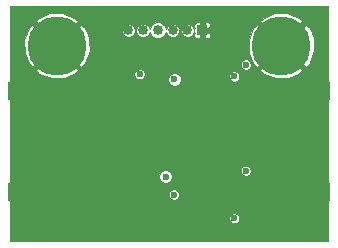
<source format=gbl>
G04 #@! TF.FileFunction,Copper,L4,Bot,Signal*
%FSLAX46Y46*%
G04 Gerber Fmt 4.6, Leading zero omitted, Abs format (unit mm)*
G04 Created by KiCad (PCBNEW 4.0.7-e2-6376~58~ubuntu16.04.1) date Wed May  9 12:33:34 2018*
%MOMM*%
%LPD*%
G01*
G04 APERTURE LIST*
%ADD10C,0.100000*%
%ADD11C,0.500000*%
%ADD12C,0.300000*%
%ADD13C,5.000000*%
%ADD14R,5.080000X1.500000*%
%ADD15R,0.850000X0.850000*%
%ADD16C,0.850000*%
%ADD17C,0.600000*%
G04 APERTURE END LIST*
D10*
D11*
X178550000Y-86900000D03*
X178550000Y-88900000D03*
X168300000Y-76900000D03*
X179300000Y-94900000D03*
X179300000Y-93900000D03*
X179300000Y-92900000D03*
X179300000Y-91900000D03*
X179300000Y-90900000D03*
X179300000Y-89900000D03*
X168300000Y-94900000D03*
X168300000Y-93900000D03*
X168300000Y-92900000D03*
X168300000Y-91900000D03*
X168300000Y-90900000D03*
X168300000Y-89900000D03*
X172900000Y-93100000D03*
X174250000Y-93100000D03*
X173600000Y-93750000D03*
X181850000Y-89200000D03*
X181850000Y-89550000D03*
X181400000Y-89200000D03*
X180300000Y-88900000D03*
X168300000Y-86900000D03*
X167300000Y-86900000D03*
X181400000Y-89550000D03*
X181300000Y-86900000D03*
X180300000Y-86900000D03*
X187300000Y-81900000D03*
X187300000Y-80900000D03*
X187300000Y-79900000D03*
X187300000Y-78900000D03*
X187300000Y-77900000D03*
X180300000Y-85900000D03*
X180300000Y-84900000D03*
X180300000Y-83900000D03*
X180300000Y-82900000D03*
X180300000Y-81900000D03*
X180300000Y-80900000D03*
X180300000Y-79900000D03*
X180300000Y-78900000D03*
X180300000Y-77900000D03*
X168300000Y-85900000D03*
X168300000Y-84900000D03*
X168300000Y-83900000D03*
X168300000Y-82900000D03*
X168300000Y-81900000D03*
X168300000Y-80900000D03*
X168300000Y-79900000D03*
X168300000Y-78900000D03*
X168300000Y-77900000D03*
X171800000Y-89400000D03*
X171800000Y-89900000D03*
X171400000Y-89600000D03*
D12*
X172300000Y-86900000D03*
X174300000Y-88900000D03*
X173800000Y-88900000D03*
X173300000Y-88900000D03*
X172800000Y-88900000D03*
X172300000Y-88900000D03*
X174300000Y-88400000D03*
X173800000Y-88400000D03*
X173300000Y-88400000D03*
X172800000Y-88400000D03*
X172300000Y-88400000D03*
X174300000Y-87900000D03*
X173800000Y-87900000D03*
X173300000Y-87900000D03*
X172800000Y-87900000D03*
X172300000Y-87900000D03*
X174300000Y-87400000D03*
X173800000Y-87400000D03*
X173300000Y-87400000D03*
X172800000Y-87400000D03*
X172300000Y-87400000D03*
X174300000Y-86900000D03*
X173800000Y-86900000D03*
X173300000Y-86900000D03*
X172800000Y-86900000D03*
D11*
X187300000Y-76900000D03*
X186300000Y-76900000D03*
X185300000Y-76900000D03*
X184300000Y-76900000D03*
X183300000Y-76900000D03*
X182300000Y-76900000D03*
X181300000Y-76900000D03*
X180300000Y-76900000D03*
X179300000Y-76900000D03*
X178300000Y-76900000D03*
X177300000Y-76900000D03*
X176300000Y-76900000D03*
X175300000Y-76900000D03*
X174300000Y-76900000D03*
X173300000Y-76900000D03*
X172300000Y-76900000D03*
X171300000Y-76900000D03*
X170300000Y-76900000D03*
X169300000Y-76900000D03*
X167300000Y-76900000D03*
X166300000Y-76900000D03*
X165300000Y-76900000D03*
X164300000Y-76900000D03*
X163300000Y-76900000D03*
X162300000Y-76900000D03*
X161300000Y-76900000D03*
X161300000Y-77900000D03*
X161300000Y-78900000D03*
X161300000Y-79900000D03*
X161300000Y-80900000D03*
X161300000Y-81900000D03*
X182300000Y-86900000D03*
X183300000Y-86900000D03*
X184300000Y-86900000D03*
X185300000Y-86900000D03*
X186300000Y-86900000D03*
X187300000Y-86900000D03*
X182300000Y-85900000D03*
X183300000Y-85900000D03*
X184300000Y-85900000D03*
X185300000Y-85900000D03*
X186300000Y-85900000D03*
X187300000Y-85900000D03*
X182300000Y-84900000D03*
X183300000Y-84900000D03*
X184300000Y-84900000D03*
X185300000Y-84900000D03*
X186300000Y-84900000D03*
X187300000Y-84900000D03*
X182300000Y-83900000D03*
X183300000Y-83900000D03*
X184300000Y-83900000D03*
X185300000Y-83900000D03*
X186300000Y-83900000D03*
X187300000Y-83900000D03*
X182300000Y-82900000D03*
X183300000Y-82900000D03*
X184300000Y-82900000D03*
X185300000Y-82900000D03*
X186300000Y-82900000D03*
X161300000Y-82900000D03*
X169300000Y-88900000D03*
X166300000Y-86900000D03*
X165300000Y-86900000D03*
X164300000Y-86900000D03*
X163300000Y-86900000D03*
X162300000Y-86900000D03*
X161300000Y-86900000D03*
X166300000Y-85900000D03*
X165300000Y-85900000D03*
X164300000Y-85900000D03*
X163300000Y-85900000D03*
X162300000Y-85900000D03*
X161300000Y-85900000D03*
X166300000Y-84900000D03*
X165300000Y-84900000D03*
X164300000Y-84900000D03*
X163300000Y-84900000D03*
X162300000Y-84900000D03*
X161300000Y-84900000D03*
X166300000Y-83900000D03*
X165300000Y-83900000D03*
X164300000Y-83900000D03*
X163300000Y-83900000D03*
X162300000Y-83900000D03*
X161300000Y-83900000D03*
X166300000Y-82900000D03*
X165300000Y-82900000D03*
X164300000Y-82900000D03*
X163300000Y-82900000D03*
X162300000Y-82900000D03*
X182300000Y-88900000D03*
X183300000Y-88900000D03*
X184300000Y-88900000D03*
X185300000Y-88900000D03*
X186300000Y-88900000D03*
X187300000Y-88900000D03*
X182300000Y-89900000D03*
X183300000Y-89900000D03*
X184300000Y-89900000D03*
X185300000Y-89900000D03*
X186300000Y-89900000D03*
X187300000Y-89900000D03*
X182300000Y-90900000D03*
X183300000Y-90900000D03*
X184300000Y-90900000D03*
X185300000Y-90900000D03*
X186300000Y-90900000D03*
X187300000Y-90900000D03*
X182300000Y-91900000D03*
X183300000Y-91900000D03*
X184300000Y-91900000D03*
X185300000Y-91900000D03*
X186300000Y-91900000D03*
X187300000Y-91900000D03*
X182300000Y-92900000D03*
X183300000Y-92900000D03*
X184300000Y-92900000D03*
X185300000Y-92900000D03*
X186300000Y-92900000D03*
X187300000Y-92900000D03*
X182300000Y-93900000D03*
X183300000Y-93900000D03*
X184300000Y-93900000D03*
X185300000Y-93900000D03*
X186300000Y-93900000D03*
X187300000Y-93900000D03*
X182300000Y-94900000D03*
X183300000Y-94900000D03*
X184300000Y-94900000D03*
X185300000Y-94900000D03*
X186300000Y-94900000D03*
X187300000Y-94900000D03*
X166300000Y-88900000D03*
X165300000Y-88900000D03*
X164300000Y-88900000D03*
X163300000Y-88900000D03*
X162300000Y-88900000D03*
X161300000Y-88900000D03*
X166300000Y-89900000D03*
X165300000Y-89900000D03*
X164300000Y-89900000D03*
X163300000Y-89900000D03*
X162300000Y-89900000D03*
X161300000Y-89900000D03*
X166300000Y-90900000D03*
X165300000Y-90900000D03*
X164300000Y-90900000D03*
X163300000Y-90900000D03*
X162300000Y-90900000D03*
X161300000Y-90900000D03*
X166300000Y-91900000D03*
X165300000Y-91900000D03*
X164300000Y-91900000D03*
X163300000Y-91900000D03*
X162300000Y-91900000D03*
X161300000Y-91900000D03*
X166300000Y-92900000D03*
X165300000Y-92900000D03*
X164300000Y-92900000D03*
X163300000Y-92900000D03*
X162300000Y-92900000D03*
X161300000Y-92900000D03*
X166300000Y-93900000D03*
X165300000Y-93900000D03*
X164300000Y-93900000D03*
X163300000Y-93900000D03*
X162300000Y-93900000D03*
X161300000Y-93900000D03*
X166300000Y-94900000D03*
X165300000Y-94900000D03*
X164300000Y-94900000D03*
X163300000Y-94900000D03*
X162300000Y-94900000D03*
X161300000Y-94900000D03*
X161300000Y-95900000D03*
X162300000Y-95900000D03*
X163300000Y-95900000D03*
X164300000Y-95900000D03*
X165300000Y-95900000D03*
X166300000Y-95900000D03*
X167300000Y-95900000D03*
X168300000Y-95900000D03*
X169300000Y-95900000D03*
X170300000Y-95900000D03*
X171300000Y-95900000D03*
X172300000Y-95900000D03*
X173300000Y-95900000D03*
X174300000Y-95900000D03*
X175300000Y-95900000D03*
X176300000Y-95900000D03*
X177300000Y-95900000D03*
X178300000Y-95900000D03*
X179300000Y-95900000D03*
X180300000Y-95900000D03*
X181300000Y-95900000D03*
X182300000Y-95900000D03*
X183300000Y-95900000D03*
X184300000Y-95900000D03*
X185300000Y-95900000D03*
X186300000Y-95900000D03*
X175600000Y-84450000D03*
X177500000Y-92400000D03*
X176000000Y-92400000D03*
X176800000Y-92900000D03*
X171200000Y-91500000D03*
X177800000Y-78400000D03*
X177300000Y-77700000D03*
X177300000Y-79300000D03*
X171300000Y-79900000D03*
X173000000Y-80150000D03*
X172400000Y-79900000D03*
X175500000Y-80300000D03*
X175650000Y-81800000D03*
X173400000Y-81900000D03*
X173400000Y-82900000D03*
X175600000Y-82900000D03*
X171800000Y-82900000D03*
X174000000Y-85700000D03*
X170800000Y-86900000D03*
X175700000Y-88900000D03*
X175650000Y-87000000D03*
X175200000Y-86600000D03*
X174650000Y-86000000D03*
X174800000Y-86500000D03*
X175000000Y-89900000D03*
X175200000Y-89500000D03*
X174800000Y-89500000D03*
X171400000Y-85800000D03*
X171100000Y-86300000D03*
X171700000Y-86300000D03*
X177600000Y-84900000D03*
X177600000Y-83900000D03*
X177300000Y-82900000D03*
X177550000Y-85900000D03*
X176300000Y-92900000D03*
X177300000Y-92900000D03*
X178300000Y-77900000D03*
X178300000Y-78900000D03*
X178300000Y-79900000D03*
X170300000Y-83900000D03*
X170300000Y-84900000D03*
X170300000Y-85900000D03*
X179300000Y-86900000D03*
X179300000Y-88900000D03*
X176150000Y-88700000D03*
X177900000Y-88900000D03*
X176150000Y-87050000D03*
X177900000Y-86900000D03*
X170100000Y-88900000D03*
X168300000Y-88900000D03*
X167300000Y-88900000D03*
X170300000Y-86900000D03*
X169300000Y-86900000D03*
D13*
X183800000Y-79800000D03*
D11*
X187300000Y-95900000D03*
X187300000Y-82900000D03*
D14*
X185400000Y-92150000D03*
X185400000Y-83650000D03*
X163200000Y-83650000D03*
X163200000Y-92150000D03*
D13*
X164800000Y-79800000D03*
D15*
X177100000Y-78500000D03*
D16*
X175850000Y-78500000D03*
X174600000Y-78500000D03*
X173350000Y-78500000D03*
X172100000Y-78500000D03*
X170850000Y-78500000D03*
D17*
X179800000Y-94400000D03*
X179800000Y-82400000D03*
X174700000Y-92400000D03*
X171800000Y-82200000D03*
X174749999Y-82650001D03*
X174000000Y-90900000D03*
X180800000Y-81400000D03*
X180800000Y-90400000D03*
D10*
G36*
X187775000Y-96375000D02*
X160825000Y-96375000D01*
X160825000Y-94489118D01*
X179349922Y-94489118D01*
X179418286Y-94654572D01*
X179544763Y-94781269D01*
X179710097Y-94849922D01*
X179889118Y-94850078D01*
X180054572Y-94781714D01*
X180181269Y-94655237D01*
X180249922Y-94489903D01*
X180250078Y-94310882D01*
X180181714Y-94145428D01*
X180055237Y-94018731D01*
X179889903Y-93950078D01*
X179710882Y-93949922D01*
X179545428Y-94018286D01*
X179418731Y-94144763D01*
X179350078Y-94310097D01*
X179349922Y-94489118D01*
X160825000Y-94489118D01*
X160825000Y-92489118D01*
X174249922Y-92489118D01*
X174318286Y-92654572D01*
X174444763Y-92781269D01*
X174610097Y-92849922D01*
X174789118Y-92850078D01*
X174954572Y-92781714D01*
X175081269Y-92655237D01*
X175149922Y-92489903D01*
X175150078Y-92310882D01*
X175081714Y-92145428D01*
X174955237Y-92018731D01*
X174789903Y-91950078D01*
X174610882Y-91949922D01*
X174445428Y-92018286D01*
X174318731Y-92144763D01*
X174250078Y-92310097D01*
X174249922Y-92489118D01*
X160825000Y-92489118D01*
X160825000Y-91008922D01*
X173449905Y-91008922D01*
X173533461Y-91211143D01*
X173688043Y-91365995D01*
X173890118Y-91449904D01*
X174108922Y-91450095D01*
X174311143Y-91366539D01*
X174465995Y-91211957D01*
X174549904Y-91009882D01*
X174550095Y-90791078D01*
X174466539Y-90588857D01*
X174366974Y-90489118D01*
X180349922Y-90489118D01*
X180418286Y-90654572D01*
X180544763Y-90781269D01*
X180710097Y-90849922D01*
X180889118Y-90850078D01*
X181054572Y-90781714D01*
X181181269Y-90655237D01*
X181249922Y-90489903D01*
X181250078Y-90310882D01*
X181181714Y-90145428D01*
X181055237Y-90018731D01*
X180889903Y-89950078D01*
X180710882Y-89949922D01*
X180545428Y-90018286D01*
X180418731Y-90144763D01*
X180350078Y-90310097D01*
X180349922Y-90489118D01*
X174366974Y-90489118D01*
X174311957Y-90434005D01*
X174109882Y-90350096D01*
X173891078Y-90349905D01*
X173688857Y-90433461D01*
X173534005Y-90588043D01*
X173450096Y-90790118D01*
X173449905Y-91008922D01*
X160825000Y-91008922D01*
X160825000Y-82758923D01*
X174199904Y-82758923D01*
X174283460Y-82961144D01*
X174438042Y-83115996D01*
X174640117Y-83199905D01*
X174858921Y-83200096D01*
X175061142Y-83116540D01*
X175215994Y-82961958D01*
X175299903Y-82759883D01*
X175300094Y-82541079D01*
X175278625Y-82489118D01*
X179349922Y-82489118D01*
X179418286Y-82654572D01*
X179544763Y-82781269D01*
X179710097Y-82849922D01*
X179889118Y-82850078D01*
X180054572Y-82781714D01*
X180181269Y-82655237D01*
X180249922Y-82489903D01*
X180250078Y-82310882D01*
X180181714Y-82145428D01*
X180055237Y-82018731D01*
X179889903Y-81950078D01*
X179710882Y-81949922D01*
X179545428Y-82018286D01*
X179418731Y-82144763D01*
X179350078Y-82310097D01*
X179349922Y-82489118D01*
X175278625Y-82489118D01*
X175216538Y-82338858D01*
X175061956Y-82184006D01*
X174859881Y-82100097D01*
X174641077Y-82099906D01*
X174438856Y-82183462D01*
X174284004Y-82338044D01*
X174200095Y-82540119D01*
X174199904Y-82758923D01*
X160825000Y-82758923D01*
X160825000Y-81877321D01*
X163011179Y-81877321D01*
X163321331Y-82182280D01*
X164345547Y-82566801D01*
X165438949Y-82530103D01*
X166020738Y-82289118D01*
X171349922Y-82289118D01*
X171418286Y-82454572D01*
X171544763Y-82581269D01*
X171710097Y-82649922D01*
X171889118Y-82650078D01*
X172054572Y-82581714D01*
X172181269Y-82455237D01*
X172249922Y-82289903D01*
X172250078Y-82110882D01*
X172181714Y-81945428D01*
X172113726Y-81877321D01*
X182011179Y-81877321D01*
X182321331Y-82182280D01*
X183345547Y-82566801D01*
X184438949Y-82530103D01*
X185278669Y-82182280D01*
X185588821Y-81877321D01*
X183800000Y-80088500D01*
X182011179Y-81877321D01*
X172113726Y-81877321D01*
X172055237Y-81818731D01*
X171889903Y-81750078D01*
X171710882Y-81749922D01*
X171545428Y-81818286D01*
X171418731Y-81944763D01*
X171350078Y-82110097D01*
X171349922Y-82289118D01*
X166020738Y-82289118D01*
X166278669Y-82182280D01*
X166588821Y-81877321D01*
X164800000Y-80088500D01*
X163011179Y-81877321D01*
X160825000Y-81877321D01*
X160825000Y-79345547D01*
X162033199Y-79345547D01*
X162069897Y-80438949D01*
X162417720Y-81278669D01*
X162722679Y-81588821D01*
X164511500Y-79800000D01*
X165088500Y-79800000D01*
X166877321Y-81588821D01*
X166975354Y-81489118D01*
X180349922Y-81489118D01*
X180418286Y-81654572D01*
X180544763Y-81781269D01*
X180710097Y-81849922D01*
X180889118Y-81850078D01*
X181054572Y-81781714D01*
X181181269Y-81655237D01*
X181249922Y-81489903D01*
X181250078Y-81310882D01*
X181181714Y-81145428D01*
X181055237Y-81018731D01*
X180889903Y-80950078D01*
X180710882Y-80949922D01*
X180545428Y-81018286D01*
X180418731Y-81144763D01*
X180350078Y-81310097D01*
X180349922Y-81489118D01*
X166975354Y-81489118D01*
X167182280Y-81278669D01*
X167566801Y-80254453D01*
X167536296Y-79345547D01*
X181033199Y-79345547D01*
X181069897Y-80438949D01*
X181417720Y-81278669D01*
X181722679Y-81588821D01*
X183511500Y-79800000D01*
X184088500Y-79800000D01*
X185877321Y-81588821D01*
X186182280Y-81278669D01*
X186566801Y-80254453D01*
X186530103Y-79161051D01*
X186182280Y-78321331D01*
X185877321Y-78011179D01*
X184088500Y-79800000D01*
X183511500Y-79800000D01*
X181722679Y-78011179D01*
X181417720Y-78321331D01*
X181033199Y-79345547D01*
X167536296Y-79345547D01*
X167530103Y-79161051D01*
X167303455Y-78613873D01*
X170274900Y-78613873D01*
X170362254Y-78825286D01*
X170523863Y-78987177D01*
X170735124Y-79074900D01*
X170963873Y-79075100D01*
X171175286Y-78987746D01*
X171337177Y-78826137D01*
X171424900Y-78614876D01*
X171424900Y-78613873D01*
X171524900Y-78613873D01*
X171612254Y-78825286D01*
X171773863Y-78987177D01*
X171985124Y-79074900D01*
X172213873Y-79075100D01*
X172425286Y-78987746D01*
X172587177Y-78826137D01*
X172674899Y-78614877D01*
X172674883Y-78633677D01*
X172777429Y-78881857D01*
X172967144Y-79071903D01*
X173215145Y-79174883D01*
X173483677Y-79175117D01*
X173731857Y-79072571D01*
X173921903Y-78882856D01*
X174024883Y-78634855D01*
X174024901Y-78613876D01*
X174112254Y-78825286D01*
X174273863Y-78987177D01*
X174485124Y-79074900D01*
X174713873Y-79075100D01*
X174925286Y-78987746D01*
X175087177Y-78826137D01*
X175174900Y-78614876D01*
X175174900Y-78613873D01*
X175274900Y-78613873D01*
X175362254Y-78825286D01*
X175523863Y-78987177D01*
X175735124Y-79074900D01*
X175963873Y-79075100D01*
X176175286Y-78987746D01*
X176337177Y-78826137D01*
X176424900Y-78614876D01*
X176425000Y-78500502D01*
X176425000Y-78704002D01*
X176487498Y-78704002D01*
X176425000Y-78766500D01*
X176425000Y-78974728D01*
X176463060Y-79066614D01*
X176533386Y-79136940D01*
X176625272Y-79175000D01*
X176833500Y-79175000D01*
X176896000Y-79112500D01*
X176896000Y-78704000D01*
X177304000Y-78704000D01*
X177304000Y-79112500D01*
X177366500Y-79175000D01*
X177574728Y-79175000D01*
X177666614Y-79136940D01*
X177736940Y-79066614D01*
X177775000Y-78974728D01*
X177775000Y-78766500D01*
X177712500Y-78704000D01*
X177304000Y-78704000D01*
X176896000Y-78704000D01*
X176876000Y-78704000D01*
X176876000Y-78296000D01*
X176896000Y-78296000D01*
X176896000Y-77887500D01*
X177304000Y-77887500D01*
X177304000Y-78296000D01*
X177712500Y-78296000D01*
X177775000Y-78233500D01*
X177775000Y-78025272D01*
X177736940Y-77933386D01*
X177666614Y-77863060D01*
X177574728Y-77825000D01*
X177366500Y-77825000D01*
X177304000Y-77887500D01*
X176896000Y-77887500D01*
X176833500Y-77825000D01*
X176625272Y-77825000D01*
X176533386Y-77863060D01*
X176463060Y-77933386D01*
X176425000Y-78025272D01*
X176425000Y-78233500D01*
X176487498Y-78295998D01*
X176425000Y-78295998D01*
X176425000Y-78385885D01*
X176337746Y-78174714D01*
X176176137Y-78012823D01*
X175964876Y-77925100D01*
X175736127Y-77924900D01*
X175524714Y-78012254D01*
X175362823Y-78173863D01*
X175275100Y-78385124D01*
X175274900Y-78613873D01*
X175174900Y-78613873D01*
X175175100Y-78386127D01*
X175087746Y-78174714D01*
X174926137Y-78012823D01*
X174714876Y-77925100D01*
X174486127Y-77924900D01*
X174274714Y-78012254D01*
X174112823Y-78173863D01*
X174025101Y-78385123D01*
X174025117Y-78366323D01*
X173922571Y-78118143D01*
X173732856Y-77928097D01*
X173484855Y-77825117D01*
X173216323Y-77824883D01*
X172968143Y-77927429D01*
X172778097Y-78117144D01*
X172675117Y-78365145D01*
X172675099Y-78386124D01*
X172587746Y-78174714D01*
X172426137Y-78012823D01*
X172214876Y-77925100D01*
X171986127Y-77924900D01*
X171774714Y-78012254D01*
X171612823Y-78173863D01*
X171525100Y-78385124D01*
X171524900Y-78613873D01*
X171424900Y-78613873D01*
X171425100Y-78386127D01*
X171337746Y-78174714D01*
X171176137Y-78012823D01*
X170964876Y-77925100D01*
X170736127Y-77924900D01*
X170524714Y-78012254D01*
X170362823Y-78173863D01*
X170275100Y-78385124D01*
X170274900Y-78613873D01*
X167303455Y-78613873D01*
X167182280Y-78321331D01*
X166877321Y-78011179D01*
X165088500Y-79800000D01*
X164511500Y-79800000D01*
X162722679Y-78011179D01*
X162417720Y-78321331D01*
X162033199Y-79345547D01*
X160825000Y-79345547D01*
X160825000Y-77722679D01*
X163011179Y-77722679D01*
X164800000Y-79511500D01*
X166588821Y-77722679D01*
X182011179Y-77722679D01*
X183800000Y-79511500D01*
X185588821Y-77722679D01*
X185278669Y-77417720D01*
X184254453Y-77033199D01*
X183161051Y-77069897D01*
X182321331Y-77417720D01*
X182011179Y-77722679D01*
X166588821Y-77722679D01*
X166278669Y-77417720D01*
X165254453Y-77033199D01*
X164161051Y-77069897D01*
X163321331Y-77417720D01*
X163011179Y-77722679D01*
X160825000Y-77722679D01*
X160825000Y-76425000D01*
X187775000Y-76425000D01*
X187775000Y-96375000D01*
X187775000Y-96375000D01*
G37*
X187775000Y-96375000D02*
X160825000Y-96375000D01*
X160825000Y-94489118D01*
X179349922Y-94489118D01*
X179418286Y-94654572D01*
X179544763Y-94781269D01*
X179710097Y-94849922D01*
X179889118Y-94850078D01*
X180054572Y-94781714D01*
X180181269Y-94655237D01*
X180249922Y-94489903D01*
X180250078Y-94310882D01*
X180181714Y-94145428D01*
X180055237Y-94018731D01*
X179889903Y-93950078D01*
X179710882Y-93949922D01*
X179545428Y-94018286D01*
X179418731Y-94144763D01*
X179350078Y-94310097D01*
X179349922Y-94489118D01*
X160825000Y-94489118D01*
X160825000Y-92489118D01*
X174249922Y-92489118D01*
X174318286Y-92654572D01*
X174444763Y-92781269D01*
X174610097Y-92849922D01*
X174789118Y-92850078D01*
X174954572Y-92781714D01*
X175081269Y-92655237D01*
X175149922Y-92489903D01*
X175150078Y-92310882D01*
X175081714Y-92145428D01*
X174955237Y-92018731D01*
X174789903Y-91950078D01*
X174610882Y-91949922D01*
X174445428Y-92018286D01*
X174318731Y-92144763D01*
X174250078Y-92310097D01*
X174249922Y-92489118D01*
X160825000Y-92489118D01*
X160825000Y-91008922D01*
X173449905Y-91008922D01*
X173533461Y-91211143D01*
X173688043Y-91365995D01*
X173890118Y-91449904D01*
X174108922Y-91450095D01*
X174311143Y-91366539D01*
X174465995Y-91211957D01*
X174549904Y-91009882D01*
X174550095Y-90791078D01*
X174466539Y-90588857D01*
X174366974Y-90489118D01*
X180349922Y-90489118D01*
X180418286Y-90654572D01*
X180544763Y-90781269D01*
X180710097Y-90849922D01*
X180889118Y-90850078D01*
X181054572Y-90781714D01*
X181181269Y-90655237D01*
X181249922Y-90489903D01*
X181250078Y-90310882D01*
X181181714Y-90145428D01*
X181055237Y-90018731D01*
X180889903Y-89950078D01*
X180710882Y-89949922D01*
X180545428Y-90018286D01*
X180418731Y-90144763D01*
X180350078Y-90310097D01*
X180349922Y-90489118D01*
X174366974Y-90489118D01*
X174311957Y-90434005D01*
X174109882Y-90350096D01*
X173891078Y-90349905D01*
X173688857Y-90433461D01*
X173534005Y-90588043D01*
X173450096Y-90790118D01*
X173449905Y-91008922D01*
X160825000Y-91008922D01*
X160825000Y-82758923D01*
X174199904Y-82758923D01*
X174283460Y-82961144D01*
X174438042Y-83115996D01*
X174640117Y-83199905D01*
X174858921Y-83200096D01*
X175061142Y-83116540D01*
X175215994Y-82961958D01*
X175299903Y-82759883D01*
X175300094Y-82541079D01*
X175278625Y-82489118D01*
X179349922Y-82489118D01*
X179418286Y-82654572D01*
X179544763Y-82781269D01*
X179710097Y-82849922D01*
X179889118Y-82850078D01*
X180054572Y-82781714D01*
X180181269Y-82655237D01*
X180249922Y-82489903D01*
X180250078Y-82310882D01*
X180181714Y-82145428D01*
X180055237Y-82018731D01*
X179889903Y-81950078D01*
X179710882Y-81949922D01*
X179545428Y-82018286D01*
X179418731Y-82144763D01*
X179350078Y-82310097D01*
X179349922Y-82489118D01*
X175278625Y-82489118D01*
X175216538Y-82338858D01*
X175061956Y-82184006D01*
X174859881Y-82100097D01*
X174641077Y-82099906D01*
X174438856Y-82183462D01*
X174284004Y-82338044D01*
X174200095Y-82540119D01*
X174199904Y-82758923D01*
X160825000Y-82758923D01*
X160825000Y-81877321D01*
X163011179Y-81877321D01*
X163321331Y-82182280D01*
X164345547Y-82566801D01*
X165438949Y-82530103D01*
X166020738Y-82289118D01*
X171349922Y-82289118D01*
X171418286Y-82454572D01*
X171544763Y-82581269D01*
X171710097Y-82649922D01*
X171889118Y-82650078D01*
X172054572Y-82581714D01*
X172181269Y-82455237D01*
X172249922Y-82289903D01*
X172250078Y-82110882D01*
X172181714Y-81945428D01*
X172113726Y-81877321D01*
X182011179Y-81877321D01*
X182321331Y-82182280D01*
X183345547Y-82566801D01*
X184438949Y-82530103D01*
X185278669Y-82182280D01*
X185588821Y-81877321D01*
X183800000Y-80088500D01*
X182011179Y-81877321D01*
X172113726Y-81877321D01*
X172055237Y-81818731D01*
X171889903Y-81750078D01*
X171710882Y-81749922D01*
X171545428Y-81818286D01*
X171418731Y-81944763D01*
X171350078Y-82110097D01*
X171349922Y-82289118D01*
X166020738Y-82289118D01*
X166278669Y-82182280D01*
X166588821Y-81877321D01*
X164800000Y-80088500D01*
X163011179Y-81877321D01*
X160825000Y-81877321D01*
X160825000Y-79345547D01*
X162033199Y-79345547D01*
X162069897Y-80438949D01*
X162417720Y-81278669D01*
X162722679Y-81588821D01*
X164511500Y-79800000D01*
X165088500Y-79800000D01*
X166877321Y-81588821D01*
X166975354Y-81489118D01*
X180349922Y-81489118D01*
X180418286Y-81654572D01*
X180544763Y-81781269D01*
X180710097Y-81849922D01*
X180889118Y-81850078D01*
X181054572Y-81781714D01*
X181181269Y-81655237D01*
X181249922Y-81489903D01*
X181250078Y-81310882D01*
X181181714Y-81145428D01*
X181055237Y-81018731D01*
X180889903Y-80950078D01*
X180710882Y-80949922D01*
X180545428Y-81018286D01*
X180418731Y-81144763D01*
X180350078Y-81310097D01*
X180349922Y-81489118D01*
X166975354Y-81489118D01*
X167182280Y-81278669D01*
X167566801Y-80254453D01*
X167536296Y-79345547D01*
X181033199Y-79345547D01*
X181069897Y-80438949D01*
X181417720Y-81278669D01*
X181722679Y-81588821D01*
X183511500Y-79800000D01*
X184088500Y-79800000D01*
X185877321Y-81588821D01*
X186182280Y-81278669D01*
X186566801Y-80254453D01*
X186530103Y-79161051D01*
X186182280Y-78321331D01*
X185877321Y-78011179D01*
X184088500Y-79800000D01*
X183511500Y-79800000D01*
X181722679Y-78011179D01*
X181417720Y-78321331D01*
X181033199Y-79345547D01*
X167536296Y-79345547D01*
X167530103Y-79161051D01*
X167303455Y-78613873D01*
X170274900Y-78613873D01*
X170362254Y-78825286D01*
X170523863Y-78987177D01*
X170735124Y-79074900D01*
X170963873Y-79075100D01*
X171175286Y-78987746D01*
X171337177Y-78826137D01*
X171424900Y-78614876D01*
X171424900Y-78613873D01*
X171524900Y-78613873D01*
X171612254Y-78825286D01*
X171773863Y-78987177D01*
X171985124Y-79074900D01*
X172213873Y-79075100D01*
X172425286Y-78987746D01*
X172587177Y-78826137D01*
X172674899Y-78614877D01*
X172674883Y-78633677D01*
X172777429Y-78881857D01*
X172967144Y-79071903D01*
X173215145Y-79174883D01*
X173483677Y-79175117D01*
X173731857Y-79072571D01*
X173921903Y-78882856D01*
X174024883Y-78634855D01*
X174024901Y-78613876D01*
X174112254Y-78825286D01*
X174273863Y-78987177D01*
X174485124Y-79074900D01*
X174713873Y-79075100D01*
X174925286Y-78987746D01*
X175087177Y-78826137D01*
X175174900Y-78614876D01*
X175174900Y-78613873D01*
X175274900Y-78613873D01*
X175362254Y-78825286D01*
X175523863Y-78987177D01*
X175735124Y-79074900D01*
X175963873Y-79075100D01*
X176175286Y-78987746D01*
X176337177Y-78826137D01*
X176424900Y-78614876D01*
X176425000Y-78500502D01*
X176425000Y-78704002D01*
X176487498Y-78704002D01*
X176425000Y-78766500D01*
X176425000Y-78974728D01*
X176463060Y-79066614D01*
X176533386Y-79136940D01*
X176625272Y-79175000D01*
X176833500Y-79175000D01*
X176896000Y-79112500D01*
X176896000Y-78704000D01*
X177304000Y-78704000D01*
X177304000Y-79112500D01*
X177366500Y-79175000D01*
X177574728Y-79175000D01*
X177666614Y-79136940D01*
X177736940Y-79066614D01*
X177775000Y-78974728D01*
X177775000Y-78766500D01*
X177712500Y-78704000D01*
X177304000Y-78704000D01*
X176896000Y-78704000D01*
X176876000Y-78704000D01*
X176876000Y-78296000D01*
X176896000Y-78296000D01*
X176896000Y-77887500D01*
X177304000Y-77887500D01*
X177304000Y-78296000D01*
X177712500Y-78296000D01*
X177775000Y-78233500D01*
X177775000Y-78025272D01*
X177736940Y-77933386D01*
X177666614Y-77863060D01*
X177574728Y-77825000D01*
X177366500Y-77825000D01*
X177304000Y-77887500D01*
X176896000Y-77887500D01*
X176833500Y-77825000D01*
X176625272Y-77825000D01*
X176533386Y-77863060D01*
X176463060Y-77933386D01*
X176425000Y-78025272D01*
X176425000Y-78233500D01*
X176487498Y-78295998D01*
X176425000Y-78295998D01*
X176425000Y-78385885D01*
X176337746Y-78174714D01*
X176176137Y-78012823D01*
X175964876Y-77925100D01*
X175736127Y-77924900D01*
X175524714Y-78012254D01*
X175362823Y-78173863D01*
X175275100Y-78385124D01*
X175274900Y-78613873D01*
X175174900Y-78613873D01*
X175175100Y-78386127D01*
X175087746Y-78174714D01*
X174926137Y-78012823D01*
X174714876Y-77925100D01*
X174486127Y-77924900D01*
X174274714Y-78012254D01*
X174112823Y-78173863D01*
X174025101Y-78385123D01*
X174025117Y-78366323D01*
X173922571Y-78118143D01*
X173732856Y-77928097D01*
X173484855Y-77825117D01*
X173216323Y-77824883D01*
X172968143Y-77927429D01*
X172778097Y-78117144D01*
X172675117Y-78365145D01*
X172675099Y-78386124D01*
X172587746Y-78174714D01*
X172426137Y-78012823D01*
X172214876Y-77925100D01*
X171986127Y-77924900D01*
X171774714Y-78012254D01*
X171612823Y-78173863D01*
X171525100Y-78385124D01*
X171524900Y-78613873D01*
X171424900Y-78613873D01*
X171425100Y-78386127D01*
X171337746Y-78174714D01*
X171176137Y-78012823D01*
X170964876Y-77925100D01*
X170736127Y-77924900D01*
X170524714Y-78012254D01*
X170362823Y-78173863D01*
X170275100Y-78385124D01*
X170274900Y-78613873D01*
X167303455Y-78613873D01*
X167182280Y-78321331D01*
X166877321Y-78011179D01*
X165088500Y-79800000D01*
X164511500Y-79800000D01*
X162722679Y-78011179D01*
X162417720Y-78321331D01*
X162033199Y-79345547D01*
X160825000Y-79345547D01*
X160825000Y-77722679D01*
X163011179Y-77722679D01*
X164800000Y-79511500D01*
X166588821Y-77722679D01*
X182011179Y-77722679D01*
X183800000Y-79511500D01*
X185588821Y-77722679D01*
X185278669Y-77417720D01*
X184254453Y-77033199D01*
X183161051Y-77069897D01*
X182321331Y-77417720D01*
X182011179Y-77722679D01*
X166588821Y-77722679D01*
X166278669Y-77417720D01*
X165254453Y-77033199D01*
X164161051Y-77069897D01*
X163321331Y-77417720D01*
X163011179Y-77722679D01*
X160825000Y-77722679D01*
X160825000Y-76425000D01*
X187775000Y-76425000D01*
X187775000Y-96375000D01*
M02*

</source>
